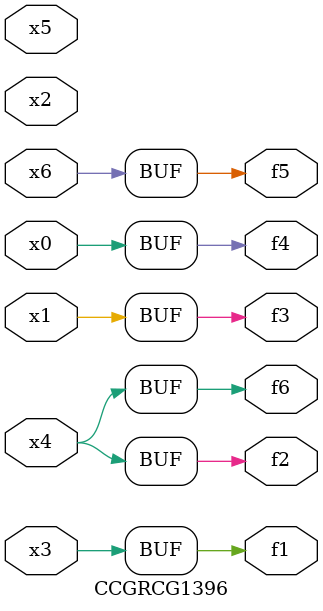
<source format=v>
module CCGRCG1396(
	input x0, x1, x2, x3, x4, x5, x6,
	output f1, f2, f3, f4, f5, f6
);
	assign f1 = x3;
	assign f2 = x4;
	assign f3 = x1;
	assign f4 = x0;
	assign f5 = x6;
	assign f6 = x4;
endmodule

</source>
